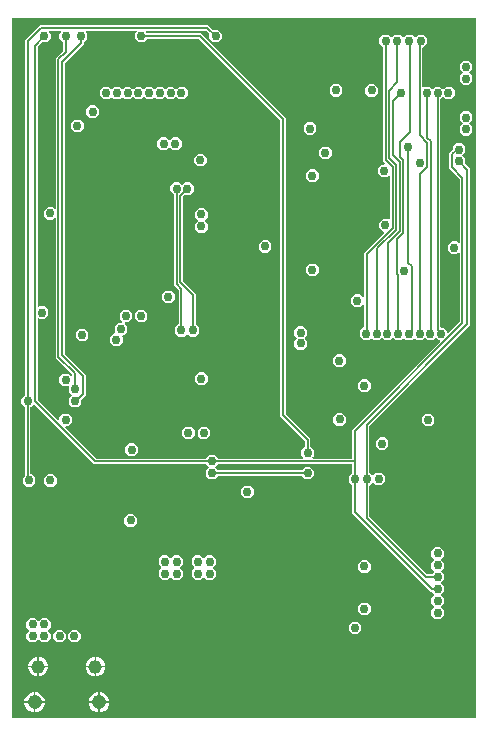
<source format=gbr>
G04 EAGLE Gerber RS-274X export*
G75*
%MOMM*%
%FSLAX34Y34*%
%LPD*%
%INCopper Layer 2*%
%IPPOS*%
%AMOC8*
5,1,8,0,0,1.08239X$1,22.5*%
G01*
G04 Define Apertures*
%ADD10C,1.158000*%
%ADD11C,1.208000*%
%ADD12C,0.756400*%
%ADD13C,0.152400*%
G36*
X396233Y3362D02*
X396483Y3534D01*
X396647Y3789D01*
X396698Y4064D01*
X396698Y595936D01*
X396638Y596233D01*
X396466Y596483D01*
X396211Y596647D01*
X395936Y596698D01*
X4064Y596698D01*
X3767Y596638D01*
X3517Y596466D01*
X3353Y596211D01*
X3302Y595936D01*
X3302Y4064D01*
X3362Y3767D01*
X3534Y3517D01*
X3789Y3353D01*
X4064Y3302D01*
X395936Y3302D01*
X396233Y3362D01*
G37*
%LPC*%
G36*
X361802Y87694D02*
X358694Y90802D01*
X358694Y95198D01*
X360957Y97461D01*
X361125Y97714D01*
X361180Y98012D01*
X361115Y98308D01*
X360957Y98539D01*
X358694Y100802D01*
X358694Y105198D01*
X360957Y107461D01*
X361125Y107714D01*
X361180Y108012D01*
X361115Y108308D01*
X360957Y108539D01*
X359005Y110491D01*
X358753Y110658D01*
X358467Y110714D01*
X358053Y110714D01*
X291714Y177053D01*
X291714Y200467D01*
X291654Y200764D01*
X291491Y201005D01*
X288694Y203802D01*
X288694Y208198D01*
X291491Y210995D01*
X291658Y211247D01*
X291714Y211533D01*
X291714Y217952D01*
X291654Y218249D01*
X291482Y218499D01*
X291227Y218663D01*
X290952Y218714D01*
X178533Y218714D01*
X178236Y218654D01*
X177995Y218491D01*
X176043Y216539D01*
X175875Y216286D01*
X175820Y215988D01*
X175885Y215692D01*
X176043Y215461D01*
X177995Y213509D01*
X178247Y213342D01*
X178533Y213286D01*
X248467Y213286D01*
X248764Y213346D01*
X249005Y213509D01*
X251802Y216306D01*
X256198Y216306D01*
X259306Y213198D01*
X259306Y208802D01*
X256198Y205694D01*
X251802Y205694D01*
X249005Y208491D01*
X248753Y208658D01*
X248467Y208714D01*
X178533Y208714D01*
X178236Y208654D01*
X177995Y208491D01*
X175198Y205694D01*
X170802Y205694D01*
X167694Y208802D01*
X167694Y213198D01*
X169957Y215461D01*
X170125Y215714D01*
X170180Y216012D01*
X170115Y216308D01*
X169957Y216539D01*
X168005Y218491D01*
X167753Y218658D01*
X167467Y218714D01*
X73053Y218714D01*
X22640Y269127D01*
X22387Y269294D01*
X22089Y269350D01*
X21793Y269285D01*
X21563Y269127D01*
X19441Y267005D01*
X19274Y266753D01*
X19218Y266467D01*
X19218Y211068D01*
X19278Y210771D01*
X19450Y210521D01*
X19705Y210357D01*
X19980Y210306D01*
X20198Y210306D01*
X23306Y207198D01*
X23306Y202802D01*
X20198Y199694D01*
X15802Y199694D01*
X12694Y202802D01*
X12694Y207198D01*
X14423Y208927D01*
X14590Y209179D01*
X14646Y209465D01*
X14646Y266467D01*
X14586Y266764D01*
X14423Y267005D01*
X11626Y269802D01*
X11626Y274198D01*
X14491Y277063D01*
X14658Y277315D01*
X14714Y277601D01*
X14714Y577947D01*
X27053Y590286D01*
X169947Y590286D01*
X173704Y586529D01*
X173957Y586362D01*
X174243Y586306D01*
X178198Y586306D01*
X181306Y583198D01*
X181306Y578802D01*
X178198Y575694D01*
X173802Y575694D01*
X170694Y578802D01*
X170694Y582757D01*
X170634Y583055D01*
X170471Y583296D01*
X168276Y585491D01*
X168023Y585658D01*
X167737Y585714D01*
X117629Y585714D01*
X117332Y585654D01*
X117082Y585482D01*
X116919Y585227D01*
X116868Y584928D01*
X116938Y584633D01*
X117091Y584413D01*
X117995Y583509D01*
X118247Y583342D01*
X118533Y583286D01*
X163947Y583286D01*
X235286Y511947D01*
X235286Y261263D01*
X235346Y260965D01*
X235509Y260724D01*
X256286Y239947D01*
X256286Y233533D01*
X256346Y233236D01*
X256509Y232995D01*
X259306Y230198D01*
X259306Y225802D01*
X258091Y224587D01*
X257923Y224334D01*
X257868Y224036D01*
X257933Y223740D01*
X258108Y223492D01*
X258366Y223333D01*
X258629Y223286D01*
X290952Y223286D01*
X291249Y223346D01*
X291499Y223518D01*
X291663Y223773D01*
X291714Y224048D01*
X291714Y247947D01*
X366160Y322393D01*
X366328Y322646D01*
X366383Y322944D01*
X366318Y323240D01*
X366143Y323488D01*
X365885Y323647D01*
X365621Y323694D01*
X364734Y323694D01*
X362927Y325501D01*
X362674Y325669D01*
X362376Y325724D01*
X362080Y325659D01*
X361849Y325501D01*
X360042Y323694D01*
X355646Y323694D01*
X353839Y325501D01*
X353586Y325669D01*
X353288Y325724D01*
X352992Y325659D01*
X352761Y325501D01*
X350954Y323694D01*
X346558Y323694D01*
X344751Y325501D01*
X344498Y325669D01*
X344200Y325724D01*
X343904Y325659D01*
X343673Y325501D01*
X341866Y323694D01*
X337470Y323694D01*
X335663Y325501D01*
X335410Y325669D01*
X335112Y325724D01*
X334816Y325659D01*
X334585Y325501D01*
X332778Y323694D01*
X328382Y323694D01*
X326575Y325501D01*
X326322Y325669D01*
X326024Y325724D01*
X325728Y325659D01*
X325497Y325501D01*
X323690Y323694D01*
X319294Y323694D01*
X317487Y325501D01*
X317234Y325669D01*
X316936Y325724D01*
X316640Y325659D01*
X316409Y325501D01*
X314602Y323694D01*
X310206Y323694D01*
X308399Y325501D01*
X308146Y325669D01*
X307848Y325724D01*
X307552Y325659D01*
X307321Y325501D01*
X305514Y323694D01*
X301118Y323694D01*
X298010Y326802D01*
X298010Y331198D01*
X301161Y334348D01*
X301249Y334366D01*
X301499Y334538D01*
X301663Y334793D01*
X301714Y335068D01*
X301714Y353439D01*
X301654Y353736D01*
X301482Y353986D01*
X301227Y354149D01*
X300928Y354200D01*
X300633Y354130D01*
X300413Y353977D01*
X298198Y351762D01*
X293802Y351762D01*
X290694Y354870D01*
X290694Y359266D01*
X293802Y362374D01*
X298198Y362374D01*
X300413Y360159D01*
X300666Y359991D01*
X300964Y359936D01*
X301260Y360001D01*
X301508Y360176D01*
X301667Y360434D01*
X301714Y360697D01*
X301714Y397568D01*
X318487Y414342D01*
X318655Y414594D01*
X318711Y414892D01*
X318645Y415189D01*
X318470Y415436D01*
X318212Y415595D01*
X317949Y415642D01*
X317548Y415642D01*
X314440Y418751D01*
X314440Y423146D01*
X317548Y426254D01*
X321944Y426254D01*
X322227Y425971D01*
X322480Y425803D01*
X322778Y425748D01*
X323074Y425813D01*
X323321Y425988D01*
X323481Y426246D01*
X323528Y426510D01*
X323528Y462184D01*
X323467Y462481D01*
X323296Y462732D01*
X323040Y462895D01*
X322741Y462946D01*
X322446Y462876D01*
X322227Y462723D01*
X321198Y461694D01*
X316802Y461694D01*
X313694Y464802D01*
X313694Y469198D01*
X316802Y472306D01*
X318621Y472306D01*
X318919Y472366D01*
X319169Y472538D01*
X319332Y472793D01*
X319383Y473092D01*
X319313Y473387D01*
X319160Y473607D01*
X317618Y475149D01*
X317618Y537226D01*
X317658Y537287D01*
X317714Y537573D01*
X317714Y571467D01*
X317654Y571764D01*
X317491Y572005D01*
X314694Y574802D01*
X314694Y579198D01*
X317802Y582306D01*
X322198Y582306D01*
X324461Y580043D01*
X324714Y579875D01*
X325012Y579820D01*
X325308Y579885D01*
X325539Y580043D01*
X327802Y582306D01*
X332198Y582306D01*
X334461Y580043D01*
X334714Y579875D01*
X335012Y579820D01*
X335308Y579885D01*
X335539Y580043D01*
X337802Y582306D01*
X342198Y582306D01*
X344427Y580077D01*
X344680Y579909D01*
X344978Y579854D01*
X345274Y579919D01*
X345505Y580077D01*
X347734Y582306D01*
X352130Y582306D01*
X355238Y579198D01*
X355238Y574802D01*
X352130Y571694D01*
X351804Y571694D01*
X351507Y571634D01*
X351257Y571462D01*
X351093Y571207D01*
X351042Y570932D01*
X351042Y538561D01*
X351102Y538264D01*
X351274Y538014D01*
X351529Y537851D01*
X351828Y537800D01*
X352123Y537870D01*
X352343Y538023D01*
X352626Y538306D01*
X357022Y538306D01*
X358829Y536499D01*
X359082Y536331D01*
X359380Y536276D01*
X359676Y536341D01*
X359907Y536499D01*
X361714Y538306D01*
X366110Y538306D01*
X367917Y536499D01*
X368170Y536331D01*
X368468Y536276D01*
X368764Y536341D01*
X368995Y536499D01*
X370802Y538306D01*
X375198Y538306D01*
X378306Y535198D01*
X378306Y530802D01*
X375198Y527694D01*
X370802Y527694D01*
X368995Y529501D01*
X368742Y529669D01*
X368444Y529724D01*
X368148Y529659D01*
X367917Y529501D01*
X366441Y528025D01*
X366274Y527773D01*
X366218Y527487D01*
X366218Y335068D01*
X366278Y334771D01*
X366450Y334521D01*
X366705Y334357D01*
X366980Y334306D01*
X369130Y334306D01*
X372238Y331198D01*
X372238Y330311D01*
X372298Y330013D01*
X372470Y329763D01*
X372725Y329600D01*
X373024Y329549D01*
X373319Y329619D01*
X373539Y329772D01*
X382491Y338724D01*
X382658Y338977D01*
X382714Y339263D01*
X382714Y397371D01*
X382654Y397668D01*
X382482Y397918D01*
X382227Y398081D01*
X381928Y398132D01*
X381633Y398062D01*
X381413Y397909D01*
X380198Y396694D01*
X375802Y396694D01*
X372694Y399802D01*
X372694Y404198D01*
X375802Y407306D01*
X380198Y407306D01*
X381413Y406091D01*
X381666Y405923D01*
X381964Y405868D01*
X382260Y405933D01*
X382508Y406108D01*
X382667Y406366D01*
X382714Y406629D01*
X382714Y459737D01*
X382654Y460035D01*
X382491Y460276D01*
X373714Y469053D01*
X373714Y481947D01*
X376471Y484704D01*
X376638Y484957D01*
X376694Y485243D01*
X376694Y487198D01*
X379802Y490306D01*
X384198Y490306D01*
X387306Y487198D01*
X387306Y482802D01*
X385077Y480573D01*
X384909Y480320D01*
X384854Y480022D01*
X384919Y479726D01*
X385077Y479495D01*
X387374Y477198D01*
X387374Y473243D01*
X387434Y472945D01*
X387597Y472704D01*
X391286Y469015D01*
X391286Y336053D01*
X306509Y251276D01*
X306342Y251023D01*
X306286Y250737D01*
X306286Y211533D01*
X306346Y211236D01*
X306509Y210995D01*
X308461Y209043D01*
X308714Y208875D01*
X309012Y208820D01*
X309308Y208885D01*
X309539Y209043D01*
X311802Y211306D01*
X316198Y211306D01*
X319306Y208198D01*
X319306Y203802D01*
X316198Y200694D01*
X311802Y200694D01*
X309539Y202957D01*
X309286Y203125D01*
X308988Y203180D01*
X308692Y203115D01*
X308461Y202957D01*
X306509Y201005D01*
X306342Y200753D01*
X306286Y200467D01*
X306286Y174263D01*
X306346Y173965D01*
X306509Y173724D01*
X354724Y125509D01*
X354977Y125342D01*
X355263Y125286D01*
X358467Y125286D01*
X358764Y125346D01*
X359005Y125509D01*
X360957Y127461D01*
X361125Y127714D01*
X361180Y128012D01*
X361115Y128308D01*
X360957Y128539D01*
X358694Y130802D01*
X358694Y135198D01*
X360957Y137461D01*
X361125Y137714D01*
X361180Y138012D01*
X361115Y138308D01*
X360957Y138539D01*
X358694Y140802D01*
X358694Y145198D01*
X361802Y148306D01*
X366198Y148306D01*
X369306Y145198D01*
X369306Y140802D01*
X367043Y138539D01*
X366875Y138286D01*
X366820Y137988D01*
X366885Y137692D01*
X367043Y137461D01*
X369306Y135198D01*
X369306Y130802D01*
X367043Y128539D01*
X366875Y128286D01*
X366820Y127988D01*
X366885Y127692D01*
X367043Y127461D01*
X369306Y125198D01*
X369306Y120802D01*
X367043Y118539D01*
X366875Y118286D01*
X366820Y117988D01*
X366885Y117692D01*
X367043Y117461D01*
X369306Y115198D01*
X369306Y110802D01*
X367043Y108539D01*
X366875Y108286D01*
X366820Y107988D01*
X366885Y107692D01*
X367043Y107461D01*
X369306Y105198D01*
X369306Y100802D01*
X367043Y98539D01*
X366875Y98286D01*
X366820Y97988D01*
X366885Y97692D01*
X367043Y97461D01*
X369306Y95198D01*
X369306Y90802D01*
X366198Y87694D01*
X361802Y87694D01*
G37*
G36*
X385870Y539694D02*
X382762Y542802D01*
X382762Y547198D01*
X385025Y549461D01*
X385193Y549714D01*
X385248Y550012D01*
X385183Y550308D01*
X385025Y550539D01*
X382762Y552802D01*
X382762Y557198D01*
X385870Y560306D01*
X390266Y560306D01*
X393374Y557198D01*
X393374Y552802D01*
X391111Y550539D01*
X390943Y550286D01*
X390888Y549988D01*
X390953Y549692D01*
X391111Y549461D01*
X393374Y547198D01*
X393374Y542802D01*
X390266Y539694D01*
X385870Y539694D01*
G37*
G36*
X275802Y529694D02*
X272694Y532802D01*
X272694Y537198D01*
X275802Y540306D01*
X280198Y540306D01*
X283306Y537198D01*
X283306Y532802D01*
X280198Y529694D01*
X275802Y529694D01*
G37*
G36*
X305802Y529694D02*
X302694Y532802D01*
X302694Y537198D01*
X305802Y540306D01*
X310198Y540306D01*
X313306Y537198D01*
X313306Y532802D01*
X310198Y529694D01*
X305802Y529694D01*
G37*
G36*
X385802Y496694D02*
X382694Y499802D01*
X382694Y504198D01*
X384957Y506461D01*
X385125Y506714D01*
X385180Y507012D01*
X385115Y507308D01*
X384957Y507539D01*
X382694Y509802D01*
X382694Y514198D01*
X385802Y517306D01*
X390198Y517306D01*
X393306Y514198D01*
X393306Y509802D01*
X391043Y507539D01*
X390875Y507286D01*
X390820Y506988D01*
X390885Y506692D01*
X391043Y506461D01*
X393306Y504198D01*
X393306Y499802D01*
X390198Y496694D01*
X385802Y496694D01*
G37*
G36*
X253802Y497388D02*
X250694Y500496D01*
X250694Y504892D01*
X253802Y508000D01*
X258198Y508000D01*
X261306Y504892D01*
X261306Y500496D01*
X258198Y497388D01*
X253802Y497388D01*
G37*
G36*
X266802Y476694D02*
X263694Y479802D01*
X263694Y484198D01*
X266802Y487306D01*
X271198Y487306D01*
X274306Y484198D01*
X274306Y479802D01*
X271198Y476694D01*
X266802Y476694D01*
G37*
G36*
X255802Y457694D02*
X252694Y460802D01*
X252694Y465198D01*
X255802Y468306D01*
X260198Y468306D01*
X263306Y465198D01*
X263306Y460802D01*
X260198Y457694D01*
X255802Y457694D01*
G37*
G36*
X255802Y377694D02*
X252694Y380802D01*
X252694Y385198D01*
X255802Y388306D01*
X260198Y388306D01*
X263306Y385198D01*
X263306Y380802D01*
X260198Y377694D01*
X255802Y377694D01*
G37*
G36*
X245802Y315694D02*
X242694Y318802D01*
X242694Y323198D01*
X244423Y324927D01*
X244591Y325180D01*
X244646Y325478D01*
X244581Y325774D01*
X244423Y326005D01*
X242694Y327734D01*
X242694Y332130D01*
X245802Y335238D01*
X250198Y335238D01*
X253306Y332130D01*
X253306Y327734D01*
X251577Y326005D01*
X251409Y325752D01*
X251354Y325454D01*
X251419Y325158D01*
X251577Y324927D01*
X253306Y323198D01*
X253306Y318802D01*
X250198Y315694D01*
X245802Y315694D01*
G37*
G36*
X278511Y300985D02*
X275403Y304093D01*
X275403Y308489D01*
X278511Y311597D01*
X282907Y311597D01*
X286015Y308489D01*
X286015Y304093D01*
X282907Y300985D01*
X278511Y300985D01*
G37*
G36*
X299802Y279694D02*
X296694Y282802D01*
X296694Y287198D01*
X299802Y290306D01*
X304198Y290306D01*
X307306Y287198D01*
X307306Y282802D01*
X304198Y279694D01*
X299802Y279694D01*
G37*
G36*
X278802Y251194D02*
X275694Y254302D01*
X275694Y258698D01*
X278802Y261806D01*
X283198Y261806D01*
X286306Y258698D01*
X286306Y254302D01*
X283198Y251194D01*
X278802Y251194D01*
G37*
G36*
X353802Y250694D02*
X350694Y253802D01*
X350694Y258198D01*
X353802Y261306D01*
X358198Y261306D01*
X361306Y258198D01*
X361306Y253802D01*
X358198Y250694D01*
X353802Y250694D01*
G37*
G36*
X314802Y230694D02*
X311694Y233802D01*
X311694Y238198D01*
X314802Y241306D01*
X319198Y241306D01*
X322306Y238198D01*
X322306Y233802D01*
X319198Y230694D01*
X314802Y230694D01*
G37*
G36*
X33802Y199694D02*
X30694Y202802D01*
X30694Y207198D01*
X33802Y210306D01*
X38198Y210306D01*
X41306Y207198D01*
X41306Y202802D01*
X38198Y199694D01*
X33802Y199694D01*
G37*
G36*
X200802Y189694D02*
X197694Y192802D01*
X197694Y197198D01*
X200802Y200306D01*
X205198Y200306D01*
X208306Y197198D01*
X208306Y192802D01*
X205198Y189694D01*
X200802Y189694D01*
G37*
G36*
X101802Y165694D02*
X98694Y168802D01*
X98694Y173198D01*
X101802Y176306D01*
X106198Y176306D01*
X109306Y173198D01*
X109306Y168802D01*
X106198Y165694D01*
X101802Y165694D01*
G37*
G36*
X158802Y120694D02*
X155694Y123802D01*
X155694Y128198D01*
X157957Y130461D01*
X158125Y130714D01*
X158180Y131012D01*
X158115Y131308D01*
X157957Y131539D01*
X155694Y133802D01*
X155694Y138198D01*
X158802Y141306D01*
X163198Y141306D01*
X165461Y139043D01*
X165714Y138875D01*
X166012Y138820D01*
X166308Y138885D01*
X166539Y139043D01*
X168802Y141306D01*
X173198Y141306D01*
X176306Y138198D01*
X176306Y133802D01*
X174043Y131539D01*
X173875Y131286D01*
X173820Y130988D01*
X173885Y130692D01*
X174043Y130461D01*
X176306Y128198D01*
X176306Y123802D01*
X173198Y120694D01*
X168802Y120694D01*
X166539Y122957D01*
X166286Y123125D01*
X165988Y123180D01*
X165692Y123115D01*
X165461Y122957D01*
X163198Y120694D01*
X158802Y120694D01*
G37*
G36*
X130802Y120694D02*
X127694Y123802D01*
X127694Y128198D01*
X129957Y130461D01*
X130125Y130714D01*
X130180Y131012D01*
X130115Y131308D01*
X129957Y131539D01*
X127694Y133802D01*
X127694Y138198D01*
X130802Y141306D01*
X135198Y141306D01*
X137461Y139043D01*
X137714Y138875D01*
X138012Y138820D01*
X138308Y138885D01*
X138539Y139043D01*
X140802Y141306D01*
X145198Y141306D01*
X148306Y138198D01*
X148306Y133802D01*
X146043Y131539D01*
X145875Y131286D01*
X145820Y130988D01*
X145885Y130692D01*
X146043Y130461D01*
X148306Y128198D01*
X148306Y123802D01*
X145198Y120694D01*
X140802Y120694D01*
X138539Y122957D01*
X138286Y123125D01*
X137988Y123180D01*
X137692Y123115D01*
X137461Y122957D01*
X135198Y120694D01*
X130802Y120694D01*
G37*
G36*
X299802Y126694D02*
X296694Y129802D01*
X296694Y134198D01*
X299802Y137306D01*
X304198Y137306D01*
X307306Y134198D01*
X307306Y129802D01*
X304198Y126694D01*
X299802Y126694D01*
G37*
G36*
X299802Y90694D02*
X296694Y93802D01*
X296694Y98198D01*
X299802Y101306D01*
X304198Y101306D01*
X307306Y98198D01*
X307306Y93802D01*
X304198Y90694D01*
X299802Y90694D01*
G37*
G36*
X18802Y67694D02*
X15694Y70802D01*
X15694Y75198D01*
X17957Y77461D01*
X18125Y77714D01*
X18180Y78012D01*
X18115Y78308D01*
X17957Y78539D01*
X15694Y80802D01*
X15694Y85198D01*
X18802Y88306D01*
X23198Y88306D01*
X25461Y86043D01*
X25714Y85875D01*
X26012Y85820D01*
X26308Y85885D01*
X26539Y86043D01*
X28802Y88306D01*
X33198Y88306D01*
X36306Y85198D01*
X36306Y80802D01*
X34043Y78539D01*
X33875Y78286D01*
X33820Y77988D01*
X33885Y77692D01*
X34043Y77461D01*
X36306Y75198D01*
X36306Y70802D01*
X33198Y67694D01*
X28802Y67694D01*
X26539Y69957D01*
X26286Y70125D01*
X25988Y70180D01*
X25692Y70115D01*
X25461Y69957D01*
X23198Y67694D01*
X18802Y67694D01*
G37*
G36*
X291802Y74694D02*
X288694Y77802D01*
X288694Y82198D01*
X291802Y85306D01*
X296198Y85306D01*
X299306Y82198D01*
X299306Y77802D01*
X296198Y74694D01*
X291802Y74694D01*
G37*
G36*
X54270Y67694D02*
X51162Y70802D01*
X51162Y75198D01*
X54270Y78306D01*
X58666Y78306D01*
X61774Y75198D01*
X61774Y70802D01*
X58666Y67694D01*
X54270Y67694D01*
G37*
G36*
X41802Y67694D02*
X38694Y70802D01*
X38694Y75198D01*
X41802Y78306D01*
X46198Y78306D01*
X49306Y75198D01*
X49306Y70802D01*
X46198Y67694D01*
X41802Y67694D01*
G37*
G36*
X65920Y48062D02*
X65920Y48957D01*
X67188Y52019D01*
X69531Y54362D01*
X72593Y55630D01*
X73488Y55630D01*
X73488Y48062D01*
X65920Y48062D01*
G37*
G36*
X17420Y48062D02*
X17420Y48957D01*
X18688Y52019D01*
X21031Y54362D01*
X24093Y55630D01*
X24988Y55630D01*
X24988Y48062D01*
X17420Y48062D01*
G37*
G36*
X26512Y48062D02*
X26512Y55630D01*
X27407Y55630D01*
X30469Y54362D01*
X32812Y52019D01*
X34080Y48957D01*
X34080Y48062D01*
X26512Y48062D01*
G37*
G36*
X75012Y48062D02*
X75012Y55630D01*
X75907Y55630D01*
X78969Y54362D01*
X81312Y52019D01*
X82580Y48957D01*
X82580Y48062D01*
X75012Y48062D01*
G37*
G36*
X75012Y38970D02*
X75012Y46538D01*
X82580Y46538D01*
X82580Y45643D01*
X81312Y42581D01*
X78969Y40238D01*
X75907Y38970D01*
X75012Y38970D01*
G37*
G36*
X72593Y38970D02*
X69531Y40238D01*
X67188Y42581D01*
X65920Y45643D01*
X65920Y46538D01*
X73488Y46538D01*
X73488Y38970D01*
X72593Y38970D01*
G37*
G36*
X26512Y38970D02*
X26512Y46538D01*
X34080Y46538D01*
X34080Y45643D01*
X32812Y42581D01*
X30469Y40238D01*
X27407Y38970D01*
X26512Y38970D01*
G37*
G36*
X24093Y38970D02*
X21031Y40238D01*
X18688Y42581D01*
X17420Y45643D01*
X17420Y46538D01*
X24988Y46538D01*
X24988Y38970D01*
X24093Y38970D01*
G37*
G36*
X68670Y17762D02*
X68670Y18707D01*
X69976Y21860D01*
X72390Y24274D01*
X75543Y25580D01*
X76488Y25580D01*
X76488Y17762D01*
X68670Y17762D01*
G37*
G36*
X14170Y17762D02*
X14170Y18707D01*
X15476Y21860D01*
X17890Y24274D01*
X21043Y25580D01*
X21988Y25580D01*
X21988Y17762D01*
X14170Y17762D01*
G37*
G36*
X23512Y17762D02*
X23512Y25580D01*
X24457Y25580D01*
X27610Y24274D01*
X30024Y21860D01*
X31330Y18707D01*
X31330Y17762D01*
X23512Y17762D01*
G37*
G36*
X78012Y17762D02*
X78012Y25580D01*
X78957Y25580D01*
X82110Y24274D01*
X84524Y21860D01*
X85830Y18707D01*
X85830Y17762D01*
X78012Y17762D01*
G37*
G36*
X78012Y8420D02*
X78012Y16238D01*
X85830Y16238D01*
X85830Y15293D01*
X84524Y12140D01*
X82110Y9726D01*
X78957Y8420D01*
X78012Y8420D01*
G37*
G36*
X75543Y8420D02*
X72390Y9726D01*
X69976Y12140D01*
X68670Y15293D01*
X68670Y16238D01*
X76488Y16238D01*
X76488Y8420D01*
X75543Y8420D01*
G37*
G36*
X23512Y8420D02*
X23512Y16238D01*
X31330Y16238D01*
X31330Y15293D01*
X30024Y12140D01*
X27610Y9726D01*
X24457Y8420D01*
X23512Y8420D01*
G37*
G36*
X21043Y8420D02*
X17890Y9726D01*
X15476Y12140D01*
X14170Y15293D01*
X14170Y16238D01*
X21988Y16238D01*
X21988Y8420D01*
X21043Y8420D01*
G37*
%LPD*%
G36*
X167764Y223346D02*
X168005Y223509D01*
X170802Y226306D01*
X175198Y226306D01*
X177995Y223509D01*
X178247Y223342D01*
X178533Y223286D01*
X249371Y223286D01*
X249668Y223346D01*
X249918Y223518D01*
X250081Y223773D01*
X250132Y224072D01*
X250062Y224367D01*
X249909Y224587D01*
X248694Y225802D01*
X248694Y230198D01*
X251491Y232995D01*
X251658Y233247D01*
X251714Y233533D01*
X251714Y237737D01*
X251654Y238035D01*
X251491Y238276D01*
X230714Y259053D01*
X230714Y509737D01*
X230654Y510035D01*
X230491Y510276D01*
X162276Y578491D01*
X162023Y578658D01*
X161737Y578714D01*
X118533Y578714D01*
X118236Y578654D01*
X117995Y578491D01*
X115198Y575694D01*
X110802Y575694D01*
X107694Y578802D01*
X107694Y583198D01*
X108909Y584413D01*
X109077Y584666D01*
X109132Y584964D01*
X109067Y585260D01*
X108892Y585508D01*
X108634Y585667D01*
X108371Y585714D01*
X66629Y585714D01*
X66332Y585654D01*
X66082Y585482D01*
X65919Y585227D01*
X65868Y584928D01*
X65938Y584633D01*
X66091Y584413D01*
X67306Y583198D01*
X67306Y578802D01*
X64509Y576005D01*
X64342Y575753D01*
X64286Y575467D01*
X64286Y574053D01*
X48509Y558276D01*
X48342Y558023D01*
X48286Y557737D01*
X48286Y312263D01*
X48346Y311965D01*
X48509Y311724D01*
X66286Y293947D01*
X66286Y277053D01*
X62529Y273296D01*
X62362Y273043D01*
X62306Y272757D01*
X62306Y269802D01*
X59198Y266694D01*
X54802Y266694D01*
X51694Y269802D01*
X51694Y274198D01*
X53957Y276461D01*
X54125Y276714D01*
X54180Y277012D01*
X54115Y277308D01*
X53957Y277539D01*
X51694Y279802D01*
X51694Y283932D01*
X51634Y284229D01*
X51462Y284479D01*
X51207Y284643D01*
X50932Y284694D01*
X46802Y284694D01*
X43694Y287802D01*
X43694Y292198D01*
X46802Y295306D01*
X51198Y295306D01*
X53413Y293091D01*
X53666Y292923D01*
X53964Y292868D01*
X54260Y292933D01*
X54508Y293108D01*
X54667Y293366D01*
X54714Y293629D01*
X54714Y294427D01*
X54654Y294724D01*
X54491Y294966D01*
X40666Y308791D01*
X40666Y426323D01*
X40606Y426620D01*
X40434Y426870D01*
X40179Y427033D01*
X39880Y427084D01*
X39585Y427014D01*
X39365Y426861D01*
X38198Y425694D01*
X33802Y425694D01*
X30694Y428802D01*
X30694Y433198D01*
X33802Y436306D01*
X38198Y436306D01*
X39365Y435139D01*
X39618Y434971D01*
X39916Y434916D01*
X40212Y434981D01*
X40460Y435156D01*
X40619Y435414D01*
X40666Y435677D01*
X40666Y562209D01*
X46491Y568034D01*
X46658Y568287D01*
X46714Y568573D01*
X46714Y575467D01*
X46654Y575764D01*
X46491Y576005D01*
X43694Y578802D01*
X43694Y583198D01*
X44909Y584413D01*
X45077Y584666D01*
X45132Y584964D01*
X45067Y585260D01*
X44892Y585508D01*
X44634Y585667D01*
X44371Y585714D01*
X35629Y585714D01*
X35332Y585654D01*
X35082Y585482D01*
X34919Y585227D01*
X34868Y584928D01*
X34938Y584633D01*
X35091Y584413D01*
X36306Y583198D01*
X36306Y578802D01*
X33198Y575694D01*
X29243Y575694D01*
X28945Y575634D01*
X28704Y575471D01*
X25509Y572276D01*
X25342Y572023D01*
X25286Y571737D01*
X25286Y352561D01*
X25346Y352264D01*
X25518Y352014D01*
X25773Y351851D01*
X26072Y351800D01*
X26367Y351870D01*
X26587Y352023D01*
X26870Y352306D01*
X31266Y352306D01*
X34374Y349198D01*
X34374Y344802D01*
X31266Y341694D01*
X26870Y341694D01*
X26587Y341977D01*
X26334Y342145D01*
X26036Y342200D01*
X25740Y342135D01*
X25492Y341960D01*
X25333Y341702D01*
X25286Y341439D01*
X25286Y273263D01*
X25346Y272965D01*
X25509Y272724D01*
X42393Y255840D01*
X42646Y255672D01*
X42944Y255617D01*
X43240Y255682D01*
X43488Y255857D01*
X43647Y256115D01*
X43694Y256379D01*
X43694Y258198D01*
X46802Y261306D01*
X51198Y261306D01*
X54306Y258198D01*
X54306Y253802D01*
X51198Y250694D01*
X49379Y250694D01*
X49081Y250634D01*
X48831Y250462D01*
X48668Y250207D01*
X48617Y249908D01*
X48687Y249613D01*
X48840Y249393D01*
X74724Y223509D01*
X74977Y223342D01*
X75263Y223286D01*
X167467Y223286D01*
X167764Y223346D01*
G37*
%LPC*%
G36*
X81186Y527694D02*
X78078Y530802D01*
X78078Y535198D01*
X81186Y538306D01*
X85582Y538306D01*
X87389Y536499D01*
X87642Y536331D01*
X87940Y536276D01*
X88236Y536341D01*
X88467Y536499D01*
X90274Y538306D01*
X94670Y538306D01*
X96477Y536499D01*
X96730Y536331D01*
X97028Y536276D01*
X97324Y536341D01*
X97555Y536499D01*
X99362Y538306D01*
X103758Y538306D01*
X105565Y536499D01*
X105818Y536331D01*
X106116Y536276D01*
X106412Y536341D01*
X106643Y536499D01*
X108450Y538306D01*
X112846Y538306D01*
X114653Y536499D01*
X114906Y536331D01*
X115204Y536276D01*
X115500Y536341D01*
X115731Y536499D01*
X117538Y538306D01*
X121934Y538306D01*
X123741Y536499D01*
X123994Y536331D01*
X124292Y536276D01*
X124588Y536341D01*
X124819Y536499D01*
X126626Y538306D01*
X131022Y538306D01*
X132829Y536499D01*
X133082Y536331D01*
X133380Y536276D01*
X133676Y536341D01*
X133907Y536499D01*
X135714Y538306D01*
X140110Y538306D01*
X141917Y536499D01*
X142170Y536331D01*
X142468Y536276D01*
X142764Y536341D01*
X142995Y536499D01*
X144802Y538306D01*
X149198Y538306D01*
X152306Y535198D01*
X152306Y530802D01*
X149198Y527694D01*
X144802Y527694D01*
X142995Y529501D01*
X142742Y529669D01*
X142444Y529724D01*
X142148Y529659D01*
X141917Y529501D01*
X140110Y527694D01*
X135714Y527694D01*
X133907Y529501D01*
X133654Y529669D01*
X133356Y529724D01*
X133060Y529659D01*
X132829Y529501D01*
X131022Y527694D01*
X126626Y527694D01*
X124819Y529501D01*
X124566Y529669D01*
X124268Y529724D01*
X123972Y529659D01*
X123741Y529501D01*
X121934Y527694D01*
X117538Y527694D01*
X115731Y529501D01*
X115478Y529669D01*
X115180Y529724D01*
X114884Y529659D01*
X114653Y529501D01*
X112846Y527694D01*
X108450Y527694D01*
X106643Y529501D01*
X106390Y529669D01*
X106092Y529724D01*
X105796Y529659D01*
X105565Y529501D01*
X103758Y527694D01*
X99362Y527694D01*
X97555Y529501D01*
X97302Y529669D01*
X97004Y529724D01*
X96708Y529659D01*
X96477Y529501D01*
X94670Y527694D01*
X90274Y527694D01*
X88467Y529501D01*
X88214Y529669D01*
X87916Y529724D01*
X87620Y529659D01*
X87389Y529501D01*
X85582Y527694D01*
X81186Y527694D01*
G37*
G36*
X69802Y511694D02*
X66694Y514802D01*
X66694Y519198D01*
X69802Y522306D01*
X74198Y522306D01*
X77306Y519198D01*
X77306Y514802D01*
X74198Y511694D01*
X69802Y511694D01*
G37*
G36*
X56802Y499694D02*
X53694Y502802D01*
X53694Y507198D01*
X56802Y510306D01*
X61198Y510306D01*
X64306Y507198D01*
X64306Y502802D01*
X61198Y499694D01*
X56802Y499694D01*
G37*
G36*
X129802Y484694D02*
X126694Y487802D01*
X126694Y492198D01*
X129802Y495306D01*
X134198Y495306D01*
X136461Y493043D01*
X136714Y492875D01*
X137012Y492820D01*
X137308Y492885D01*
X137539Y493043D01*
X139802Y495306D01*
X144198Y495306D01*
X147306Y492198D01*
X147306Y487802D01*
X144198Y484694D01*
X139802Y484694D01*
X137539Y486957D01*
X137286Y487125D01*
X136988Y487180D01*
X136692Y487115D01*
X136461Y486957D01*
X134198Y484694D01*
X129802Y484694D01*
G37*
G36*
X160802Y470694D02*
X157694Y473802D01*
X157694Y478198D01*
X160802Y481306D01*
X165198Y481306D01*
X168306Y478198D01*
X168306Y473802D01*
X165198Y470694D01*
X160802Y470694D01*
G37*
G36*
X144802Y326626D02*
X141694Y329734D01*
X141694Y334130D01*
X144491Y336927D01*
X144658Y337179D01*
X144714Y337465D01*
X144714Y365737D01*
X144654Y366035D01*
X144491Y366276D01*
X140626Y370141D01*
X140626Y446467D01*
X140566Y446764D01*
X140403Y447005D01*
X137606Y449802D01*
X137606Y454198D01*
X140714Y457306D01*
X145110Y457306D01*
X146917Y455499D01*
X147170Y455331D01*
X147468Y455276D01*
X147764Y455341D01*
X147995Y455499D01*
X149802Y457306D01*
X154198Y457306D01*
X157306Y454198D01*
X157306Y449802D01*
X154198Y446694D01*
X150243Y446694D01*
X149945Y446634D01*
X149704Y446471D01*
X148509Y445276D01*
X148342Y445023D01*
X148286Y444737D01*
X148286Y374263D01*
X148346Y373965D01*
X148509Y373724D01*
X159286Y362947D01*
X159286Y337465D01*
X159346Y337168D01*
X159509Y336927D01*
X162306Y334130D01*
X162306Y329734D01*
X159198Y326626D01*
X154802Y326626D01*
X152539Y328889D01*
X152286Y329057D01*
X151988Y329112D01*
X151692Y329047D01*
X151461Y328889D01*
X149198Y326626D01*
X144802Y326626D01*
G37*
G36*
X161802Y414694D02*
X158694Y417802D01*
X158694Y422198D01*
X160957Y424461D01*
X161125Y424714D01*
X161180Y425012D01*
X161115Y425308D01*
X160957Y425539D01*
X158694Y427802D01*
X158694Y432198D01*
X161802Y435306D01*
X166198Y435306D01*
X169306Y432198D01*
X169306Y427802D01*
X167043Y425539D01*
X166875Y425286D01*
X166820Y424988D01*
X166885Y424692D01*
X167043Y424461D01*
X169306Y422198D01*
X169306Y417802D01*
X166198Y414694D01*
X161802Y414694D01*
G37*
G36*
X215802Y397694D02*
X212694Y400802D01*
X212694Y405198D01*
X215802Y408306D01*
X220198Y408306D01*
X223306Y405198D01*
X223306Y400802D01*
X220198Y397694D01*
X215802Y397694D01*
G37*
G36*
X133802Y354762D02*
X130694Y357870D01*
X130694Y362266D01*
X133802Y365374D01*
X138198Y365374D01*
X141306Y362266D01*
X141306Y357870D01*
X138198Y354762D01*
X133802Y354762D01*
G37*
G36*
X110802Y338762D02*
X107694Y341870D01*
X107694Y346266D01*
X110802Y349374D01*
X115198Y349374D01*
X118306Y346266D01*
X118306Y341870D01*
X115198Y338762D01*
X110802Y338762D01*
G37*
G36*
X89870Y318694D02*
X86762Y321802D01*
X86762Y326198D01*
X89870Y329306D01*
X90351Y329306D01*
X90648Y329366D01*
X90898Y329538D01*
X91061Y329793D01*
X91112Y330092D01*
X91042Y330387D01*
X90889Y330607D01*
X90694Y330802D01*
X90694Y335198D01*
X93802Y338306D01*
X96351Y338306D01*
X96648Y338366D01*
X96898Y338538D01*
X97061Y338793D01*
X97112Y339092D01*
X97042Y339387D01*
X96889Y339607D01*
X94694Y341802D01*
X94694Y346198D01*
X97802Y349306D01*
X102198Y349306D01*
X105306Y346198D01*
X105306Y341802D01*
X102198Y338694D01*
X99649Y338694D01*
X99352Y338634D01*
X99102Y338462D01*
X98939Y338207D01*
X98888Y337908D01*
X98958Y337613D01*
X99111Y337393D01*
X101306Y335198D01*
X101306Y330802D01*
X98198Y327694D01*
X97717Y327694D01*
X97420Y327634D01*
X97170Y327462D01*
X97007Y327207D01*
X96956Y326908D01*
X97026Y326613D01*
X97179Y326393D01*
X97374Y326198D01*
X97374Y321802D01*
X94266Y318694D01*
X89870Y318694D01*
G37*
G36*
X60802Y322694D02*
X57694Y325802D01*
X57694Y330198D01*
X60802Y333306D01*
X65198Y333306D01*
X68306Y330198D01*
X68306Y325802D01*
X65198Y322694D01*
X60802Y322694D01*
G37*
G36*
X161802Y285694D02*
X158694Y288802D01*
X158694Y293198D01*
X161802Y296306D01*
X166198Y296306D01*
X169306Y293198D01*
X169306Y288802D01*
X166198Y285694D01*
X161802Y285694D01*
G37*
G36*
X163802Y239694D02*
X160694Y242802D01*
X160694Y247198D01*
X163802Y250306D01*
X168198Y250306D01*
X171306Y247198D01*
X171306Y242802D01*
X168198Y239694D01*
X163802Y239694D01*
G37*
G36*
X150802Y239694D02*
X147694Y242802D01*
X147694Y247198D01*
X150802Y250306D01*
X155198Y250306D01*
X158306Y247198D01*
X158306Y242802D01*
X155198Y239694D01*
X150802Y239694D01*
G37*
G36*
X102802Y225694D02*
X99694Y228802D01*
X99694Y233198D01*
X102802Y236306D01*
X107198Y236306D01*
X110306Y233198D01*
X110306Y228802D01*
X107198Y225694D01*
X102802Y225694D01*
G37*
%LPD*%
D10*
X25750Y47300D03*
X74250Y47300D03*
D11*
X22750Y17000D03*
X77250Y17000D03*
D12*
X216000Y104000D03*
X203000Y104000D03*
X203000Y81000D03*
X216000Y81000D03*
X64000Y220000D03*
X55000Y229000D03*
X64000Y242000D03*
X73000Y233000D03*
X223000Y511000D03*
X223000Y501000D03*
X213000Y511000D03*
X213000Y501000D03*
X224000Y550000D03*
X234000Y550000D03*
X244000Y550000D03*
X214000Y550000D03*
X330000Y295000D03*
X320000Y295000D03*
X343000Y274000D03*
X353000Y274000D03*
X9000Y591000D03*
X391000Y591000D03*
X391000Y9000D03*
X391000Y19000D03*
X391000Y29000D03*
X381000Y9000D03*
X371000Y9000D03*
X391000Y288000D03*
X391000Y278000D03*
X391000Y268000D03*
X391000Y258000D03*
X391000Y248000D03*
X391000Y238000D03*
X391000Y228000D03*
X391000Y218000D03*
X53000Y487000D03*
X53000Y469000D03*
X53000Y450000D03*
X120000Y487000D03*
X120000Y468000D03*
X120000Y450000D03*
X282000Y460000D03*
X292000Y460000D03*
X302000Y460000D03*
X282000Y450000D03*
X292000Y450000D03*
X302000Y450000D03*
X302000Y132000D03*
X294000Y80000D03*
X161000Y136000D03*
X161000Y126000D03*
X171000Y136000D03*
X171000Y126000D03*
X105000Y231000D03*
X164000Y291000D03*
X163000Y476000D03*
X59000Y505000D03*
X72000Y517000D03*
X164000Y420000D03*
X203000Y195000D03*
X36000Y431000D03*
X136000Y360068D03*
X29068Y347000D03*
X36000Y205000D03*
X63000Y328000D03*
X364000Y143000D03*
X364000Y123000D03*
X113000Y581000D03*
X304000Y206000D03*
X173000Y211000D03*
D13*
X304000Y206000D02*
X304000Y173000D01*
X354000Y123000D01*
X364000Y123000D01*
D12*
X382068Y475000D03*
D13*
X304000Y252000D02*
X304000Y206000D01*
X304000Y252000D02*
X389000Y337000D01*
X389000Y468068D01*
X382068Y475000D01*
D12*
X254000Y211000D03*
D13*
X173000Y211000D01*
D12*
X254000Y228000D03*
D13*
X163000Y581000D02*
X113000Y581000D01*
X163000Y581000D02*
X233000Y511000D01*
X233000Y260000D01*
X254000Y239000D01*
X254000Y228000D01*
D12*
X364000Y103000D03*
X364000Y93000D03*
X364000Y133000D03*
X96000Y333000D03*
X302000Y96000D03*
X92068Y324000D03*
X31000Y83000D03*
X21000Y83000D03*
X31000Y73000D03*
X21000Y73000D03*
X104000Y171000D03*
X133000Y136000D03*
X143000Y136000D03*
X143000Y126000D03*
X133000Y126000D03*
X317000Y236000D03*
X153000Y245000D03*
X256000Y502694D03*
X319000Y467000D03*
X388000Y512000D03*
X388000Y502000D03*
X319746Y420948D03*
X280709Y306291D03*
X388068Y555000D03*
X388068Y545000D03*
X378000Y402000D03*
X269000Y482000D03*
X302000Y285000D03*
X248000Y321000D03*
X248000Y329932D03*
X218000Y403000D03*
X296000Y357068D03*
X364000Y113000D03*
X31000Y581000D03*
X382000Y485000D03*
X294000Y206000D03*
X173000Y221000D03*
D13*
X294000Y206000D02*
X294000Y178000D01*
X359000Y113000D01*
X364000Y113000D01*
X294000Y206000D02*
X294000Y221000D01*
X294000Y247000D01*
X385000Y338000D01*
X385000Y461000D01*
X376000Y470000D01*
X376000Y481000D01*
X380000Y485000D01*
X382000Y485000D01*
X294000Y221000D02*
X173000Y221000D01*
X23000Y573000D02*
X31000Y581000D01*
X23000Y573000D02*
X23000Y272000D01*
X74000Y221000D01*
X173000Y221000D01*
D12*
X314000Y206000D03*
X100000Y344000D03*
X142000Y490000D03*
X132000Y490000D03*
X147000Y533000D03*
X137912Y533000D03*
X128824Y533000D03*
X119736Y533000D03*
X110648Y533000D03*
X101560Y533000D03*
X92472Y533000D03*
X83384Y533000D03*
X152000Y452000D03*
D13*
X146000Y446000D01*
X146000Y373000D01*
X157000Y362000D01*
D12*
X157000Y331932D03*
D13*
X157000Y362000D01*
D12*
X142912Y452000D03*
D13*
X142912Y371088D01*
X147000Y367000D01*
D12*
X147000Y331932D03*
D13*
X147000Y367000D01*
D12*
X57000Y282000D03*
X49000Y581000D03*
D13*
X49000Y567311D01*
X42952Y561263D01*
X42952Y309737D02*
X57000Y295689D01*
X57000Y282000D01*
X42952Y309737D02*
X42952Y561263D01*
D12*
X57000Y272000D03*
X62000Y581000D03*
D13*
X62000Y575000D01*
X46000Y311000D02*
X64000Y293000D01*
X64000Y278000D01*
X58000Y272000D01*
X57000Y272000D01*
X46000Y559000D02*
X62000Y575000D01*
X46000Y559000D02*
X46000Y311000D01*
D12*
X176000Y581000D03*
D13*
X169000Y588000D01*
X28000Y588000D01*
X17000Y577000D01*
D12*
X16932Y272000D03*
D13*
X17000Y272068D02*
X17000Y577000D01*
X17000Y272068D02*
X16932Y272000D01*
D12*
X18000Y205000D03*
D13*
X16932Y206068D01*
X16932Y272000D01*
D12*
X166000Y245000D03*
X164000Y430000D03*
X373000Y533000D03*
X113000Y344068D03*
X320000Y577000D03*
D13*
X320000Y536311D01*
X319904Y536215D01*
X319904Y476096D01*
X325814Y470186D01*
X325814Y418435D01*
X304000Y396621D01*
D12*
X303316Y329000D03*
D13*
X304000Y329684D02*
X304000Y396621D01*
X304000Y329684D02*
X303316Y329000D01*
D12*
X330000Y577000D03*
D13*
X330000Y542000D01*
X322952Y534952D01*
X322952Y478048D01*
X328862Y472138D01*
X328862Y417172D01*
X313000Y401311D01*
D12*
X312404Y329000D03*
D13*
X313000Y329596D02*
X313000Y401311D01*
X313000Y329596D02*
X312404Y329000D01*
D12*
X333000Y533000D03*
D13*
X326000Y526000D01*
X326000Y480000D01*
X331910Y474090D01*
X331910Y415910D01*
X322000Y406000D01*
D12*
X321492Y329000D03*
D13*
X322000Y329508D02*
X322000Y406000D01*
X322000Y329508D02*
X321492Y329000D01*
D12*
X340000Y577000D03*
D13*
X341000Y576000D01*
X341000Y500000D01*
X332000Y491000D01*
X332000Y479000D01*
X334958Y476042D01*
X334958Y413958D01*
X329864Y408864D01*
X329864Y379487D01*
D12*
X330580Y329000D03*
D13*
X330580Y378771D02*
X329864Y379487D01*
X330580Y378771D02*
X330580Y329000D01*
D12*
X339000Y487000D03*
D13*
X339000Y481311D01*
X338952Y481263D01*
X338952Y389048D01*
X342000Y386000D01*
D12*
X339668Y329000D03*
D13*
X342000Y331332D02*
X342000Y386000D01*
X342000Y331332D02*
X339668Y329000D01*
X354952Y469952D02*
X354952Y490737D01*
X354952Y469952D02*
X349000Y464000D01*
D12*
X348756Y329000D03*
D13*
X349000Y329244D02*
X349000Y464000D01*
X349000Y329244D02*
X348756Y329000D01*
X348756Y496933D02*
X348756Y575756D01*
X348756Y496933D02*
X354952Y490737D01*
D12*
X349932Y577000D03*
D13*
X349932Y576932D01*
X348756Y575756D01*
D12*
X49000Y290000D03*
X49000Y256000D03*
X44000Y73000D03*
X56468Y73000D03*
X278000Y535000D03*
X308000Y535000D03*
X258000Y463000D03*
X258000Y383000D03*
X335932Y382000D03*
X348884Y474000D03*
X281000Y256500D03*
X356000Y256000D03*
D13*
X358000Y492000D02*
X354844Y495156D01*
D12*
X357844Y329000D03*
D13*
X358000Y329156D02*
X358000Y492000D01*
X358000Y329156D02*
X357844Y329000D01*
D12*
X354824Y533000D03*
D13*
X354844Y532980D01*
X354844Y495156D01*
D12*
X366932Y329000D03*
D13*
X366932Y329068D02*
X363932Y332068D01*
X366932Y329068D02*
X366932Y329000D01*
D12*
X363912Y533000D03*
D13*
X363932Y532980D01*
X363932Y332068D01*
M02*

</source>
